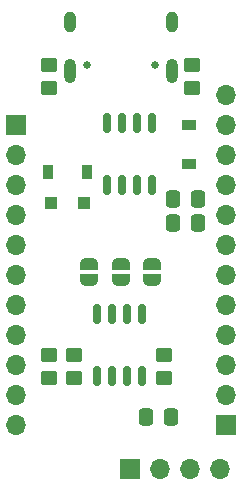
<source format=gbr>
%TF.GenerationSoftware,KiCad,Pcbnew,(6.0.8)*%
%TF.CreationDate,2023-05-03T15:07:48+02:00*%
%TF.ProjectId,Floppy Board v3.1,466c6f70-7079-4204-926f-617264207633,3.0*%
%TF.SameCoordinates,Original*%
%TF.FileFunction,Soldermask,Bot*%
%TF.FilePolarity,Negative*%
%FSLAX46Y46*%
G04 Gerber Fmt 4.6, Leading zero omitted, Abs format (unit mm)*
G04 Created by KiCad (PCBNEW (6.0.8)) date 2023-05-03 15:07:48*
%MOMM*%
%LPD*%
G01*
G04 APERTURE LIST*
G04 Aperture macros list*
%AMRoundRect*
0 Rectangle with rounded corners*
0 $1 Rounding radius*
0 $2 $3 $4 $5 $6 $7 $8 $9 X,Y pos of 4 corners*
0 Add a 4 corners polygon primitive as box body*
4,1,4,$2,$3,$4,$5,$6,$7,$8,$9,$2,$3,0*
0 Add four circle primitives for the rounded corners*
1,1,$1+$1,$2,$3*
1,1,$1+$1,$4,$5*
1,1,$1+$1,$6,$7*
1,1,$1+$1,$8,$9*
0 Add four rect primitives between the rounded corners*
20,1,$1+$1,$2,$3,$4,$5,0*
20,1,$1+$1,$4,$5,$6,$7,0*
20,1,$1+$1,$6,$7,$8,$9,0*
20,1,$1+$1,$8,$9,$2,$3,0*%
%AMFreePoly0*
4,1,22,0.500000,-0.750000,0.000000,-0.750000,0.000000,-0.745033,-0.079941,-0.743568,-0.215256,-0.701293,-0.333266,-0.622738,-0.424486,-0.514219,-0.481581,-0.384460,-0.499164,-0.250000,-0.500000,-0.250000,-0.500000,0.250000,-0.499164,0.250000,-0.499963,0.256109,-0.478152,0.396186,-0.417904,0.524511,-0.324060,0.630769,-0.204165,0.706417,-0.067858,0.745374,0.000000,0.744959,0.000000,0.750000,
0.500000,0.750000,0.500000,-0.750000,0.500000,-0.750000,$1*%
%AMFreePoly1*
4,1,20,0.000000,0.744959,0.073905,0.744508,0.209726,0.703889,0.328688,0.626782,0.421226,0.519385,0.479903,0.390333,0.500000,0.250000,0.500000,-0.250000,0.499851,-0.262216,0.476331,-0.402017,0.414519,-0.529596,0.319384,-0.634700,0.198574,-0.708877,0.061801,-0.746166,0.000000,-0.745033,0.000000,-0.750000,-0.500000,-0.750000,-0.500000,0.750000,0.000000,0.750000,0.000000,0.744959,
0.000000,0.744959,$1*%
G04 Aperture macros list end*
%ADD10R,1.700000X1.700000*%
%ADD11O,1.700000X1.700000*%
%ADD12C,0.650000*%
%ADD13O,1.000000X2.100000*%
%ADD14O,1.000000X1.800000*%
%ADD15RoundRect,0.250000X-0.450000X0.350000X-0.450000X-0.350000X0.450000X-0.350000X0.450000X0.350000X0*%
%ADD16RoundRect,0.150000X0.150000X-0.675000X0.150000X0.675000X-0.150000X0.675000X-0.150000X-0.675000X0*%
%ADD17FreePoly0,90.000000*%
%ADD18FreePoly1,90.000000*%
%ADD19RoundRect,0.250000X-0.337500X-0.475000X0.337500X-0.475000X0.337500X0.475000X-0.337500X0.475000X0*%
%ADD20R,1.200000X0.900000*%
%ADD21R,0.900000X1.200000*%
%ADD22RoundRect,0.150000X-0.150000X0.675000X-0.150000X-0.675000X0.150000X-0.675000X0.150000X0.675000X0*%
%ADD23RoundRect,0.250000X0.450000X-0.350000X0.450000X0.350000X-0.450000X0.350000X-0.450000X-0.350000X0*%
%ADD24R,1.100000X1.100000*%
G04 APERTURE END LIST*
D10*
%TO.C,J1*%
X162822000Y-110938000D03*
D11*
X165362000Y-110938000D03*
X167902000Y-110938000D03*
X170442000Y-110938000D03*
%TD*%
D12*
%TO.C,J2*%
X164947000Y-76730500D03*
X159167000Y-76730500D03*
D13*
X157737000Y-77230500D03*
D14*
X157737000Y-73050500D03*
D13*
X166377000Y-77230500D03*
D14*
X166377000Y-73050500D03*
%TD*%
D10*
%TO.C,J4*%
X170942000Y-107188000D03*
D11*
X170942000Y-104648000D03*
X170942000Y-102108000D03*
X170942000Y-99568000D03*
X170942000Y-97028000D03*
X170942000Y-94488000D03*
X170942000Y-91948000D03*
X170942000Y-89408000D03*
X170942000Y-86868000D03*
X170942000Y-84328000D03*
X170942000Y-81788000D03*
X170942000Y-79248000D03*
%TD*%
D15*
%TO.C,R1*%
X165735000Y-101235000D03*
X165735000Y-103235000D03*
%TD*%
D16*
%TO.C,U2*%
X163830000Y-103082000D03*
X162560000Y-103082000D03*
X161290000Y-103082000D03*
X160020000Y-103082000D03*
X160020000Y-97832000D03*
X161290000Y-97832000D03*
X162560000Y-97832000D03*
X163830000Y-97832000D03*
%TD*%
D15*
%TO.C,R2*%
X155956000Y-101235000D03*
X155956000Y-103235000D03*
%TD*%
D17*
%TO.C,JP1*%
X159385000Y-94884000D03*
D18*
X159385000Y-93584000D03*
%TD*%
D19*
%TO.C,C8*%
X166475500Y-90119200D03*
X168550500Y-90119200D03*
%TD*%
%TO.C,C3*%
X164214900Y-106476800D03*
X166289900Y-106476800D03*
%TD*%
D20*
%TO.C,D1*%
X167843200Y-85114400D03*
X167843200Y-81814400D03*
%TD*%
D21*
%TO.C,D5*%
X159180800Y-85750400D03*
X155880800Y-85750400D03*
%TD*%
D22*
%TO.C,U4*%
X160909000Y-81652200D03*
X162179000Y-81652200D03*
X163449000Y-81652200D03*
X164719000Y-81652200D03*
X164719000Y-86902200D03*
X163449000Y-86902200D03*
X162179000Y-86902200D03*
X160909000Y-86902200D03*
%TD*%
D23*
%TO.C,R7*%
X168097200Y-78673200D03*
X168097200Y-76673200D03*
%TD*%
D15*
%TO.C,R6*%
X156006800Y-76673200D03*
X156006800Y-78673200D03*
%TD*%
D17*
%TO.C,JP2*%
X162052000Y-94884000D03*
D18*
X162052000Y-93584000D03*
%TD*%
D23*
%TO.C,R3*%
X158115000Y-103235000D03*
X158115000Y-101235000D03*
%TD*%
D24*
%TO.C,D3*%
X156130800Y-88392000D03*
X158930800Y-88392000D03*
%TD*%
D10*
%TO.C,J3*%
X153162000Y-81788000D03*
D11*
X153162000Y-84328000D03*
X153162000Y-86868000D03*
X153162000Y-89408000D03*
X153162000Y-91948000D03*
X153162000Y-94488000D03*
X153162000Y-97028000D03*
X153162000Y-99568000D03*
X153162000Y-102108000D03*
X153162000Y-104648000D03*
X153162000Y-107188000D03*
%TD*%
D17*
%TO.C,JP3*%
X164719000Y-94884000D03*
D18*
X164719000Y-93584000D03*
%TD*%
D19*
%TO.C,C9*%
X166475500Y-88087200D03*
X168550500Y-88087200D03*
%TD*%
M02*

</source>
